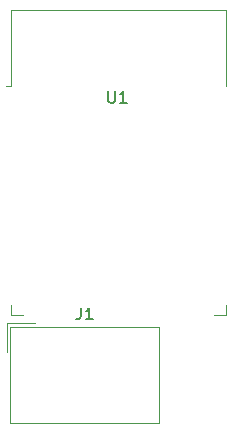
<source format=gbr>
%TF.GenerationSoftware,KiCad,Pcbnew,(5.1.9-0-10_14)*%
%TF.CreationDate,2021-04-09T16:47:02+01:00*%
%TF.ProjectId,Keypad,4b657970-6164-42e6-9b69-6361645f7063,2*%
%TF.SameCoordinates,Original*%
%TF.FileFunction,Legend,Top*%
%TF.FilePolarity,Positive*%
%FSLAX46Y46*%
G04 Gerber Fmt 4.6, Leading zero omitted, Abs format (unit mm)*
G04 Created by KiCad (PCBNEW (5.1.9-0-10_14)) date 2021-04-09 16:47:02*
%MOMM*%
%LPD*%
G01*
G04 APERTURE LIST*
%ADD10C,0.120000*%
%ADD11C,0.150000*%
G04 APERTURE END LIST*
D10*
%TO.C,J1*%
X112540000Y-118690000D02*
X114950000Y-118690000D01*
X112540000Y-121100000D02*
X112540000Y-118690000D01*
X125460000Y-118990000D02*
X112840000Y-118990000D01*
X125460000Y-127110000D02*
X125460000Y-118990000D01*
X112840000Y-127110000D02*
X125460000Y-127110000D01*
X112840000Y-118990000D02*
X112840000Y-127110000D01*
%TO.C,U1*%
X112880000Y-98605000D02*
X112500000Y-98605000D01*
X112880000Y-92185000D02*
X112880000Y-98605000D01*
X131120000Y-92185000D02*
X131120000Y-98605000D01*
X112880000Y-92185000D02*
X131120000Y-92185000D01*
X131120000Y-117930000D02*
X130120000Y-117930000D01*
X131120000Y-117150000D02*
X131120000Y-117930000D01*
X112880000Y-117930000D02*
X113880000Y-117930000D01*
X112880000Y-117150000D02*
X112880000Y-117930000D01*
%TO.C,J1*%
D11*
X118816666Y-117352380D02*
X118816666Y-118066666D01*
X118769047Y-118209523D01*
X118673809Y-118304761D01*
X118530952Y-118352380D01*
X118435714Y-118352380D01*
X119816666Y-118352380D02*
X119245238Y-118352380D01*
X119530952Y-118352380D02*
X119530952Y-117352380D01*
X119435714Y-117495238D01*
X119340476Y-117590476D01*
X119245238Y-117638095D01*
%TO.C,U1*%
X121138095Y-99002380D02*
X121138095Y-99811904D01*
X121185714Y-99907142D01*
X121233333Y-99954761D01*
X121328571Y-100002380D01*
X121519047Y-100002380D01*
X121614285Y-99954761D01*
X121661904Y-99907142D01*
X121709523Y-99811904D01*
X121709523Y-99002380D01*
X122709523Y-100002380D02*
X122138095Y-100002380D01*
X122423809Y-100002380D02*
X122423809Y-99002380D01*
X122328571Y-99145238D01*
X122233333Y-99240476D01*
X122138095Y-99288095D01*
%TD*%
M02*

</source>
